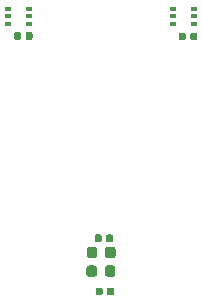
<source format=gbr>
G04 #@! TF.GenerationSoftware,KiCad,Pcbnew,5.1.5-52549c5~84~ubuntu18.04.1*
G04 #@! TF.CreationDate,2020-03-30T14:39:39-04:00*
G04 #@! TF.ProjectId,SwarmBot,53776172-6d42-46f7-942e-6b696361645f,rev?*
G04 #@! TF.SameCoordinates,Original*
G04 #@! TF.FileFunction,Paste,Bot*
G04 #@! TF.FilePolarity,Positive*
%FSLAX46Y46*%
G04 Gerber Fmt 4.6, Leading zero omitted, Abs format (unit mm)*
G04 Created by KiCad (PCBNEW 5.1.5-52549c5~84~ubuntu18.04.1) date 2020-03-30 14:39:39*
%MOMM*%
%LPD*%
G04 APERTURE LIST*
%ADD10R,0.550000X0.300000*%
%ADD11C,0.100000*%
G04 APERTURE END LIST*
D10*
X7875000Y8350000D03*
X7875000Y9000000D03*
X7875000Y9650000D03*
X6125000Y9650000D03*
X6125000Y9000000D03*
X6125000Y8350000D03*
X-6125000Y8350000D03*
X-6125000Y9000000D03*
X-6125000Y9650000D03*
X-7875000Y9650000D03*
X-7875000Y9000000D03*
X-7875000Y8350000D03*
D11*
G36*
X7035478Y7609090D02*
G01*
X7049796Y7606966D01*
X7063837Y7603449D01*
X7077466Y7598572D01*
X7090551Y7592383D01*
X7102967Y7584942D01*
X7114593Y7576319D01*
X7125318Y7566598D01*
X7135039Y7555873D01*
X7143662Y7544247D01*
X7151103Y7531831D01*
X7157292Y7518746D01*
X7162169Y7505117D01*
X7165686Y7491076D01*
X7167810Y7476758D01*
X7168520Y7462300D01*
X7168520Y7117300D01*
X7167810Y7102842D01*
X7165686Y7088524D01*
X7162169Y7074483D01*
X7157292Y7060854D01*
X7151103Y7047769D01*
X7143662Y7035353D01*
X7135039Y7023727D01*
X7125318Y7013002D01*
X7114593Y7003281D01*
X7102967Y6994658D01*
X7090551Y6987217D01*
X7077466Y6981028D01*
X7063837Y6976151D01*
X7049796Y6972634D01*
X7035478Y6970510D01*
X7021020Y6969800D01*
X6726020Y6969800D01*
X6711562Y6970510D01*
X6697244Y6972634D01*
X6683203Y6976151D01*
X6669574Y6981028D01*
X6656489Y6987217D01*
X6644073Y6994658D01*
X6632447Y7003281D01*
X6621722Y7013002D01*
X6612001Y7023727D01*
X6603378Y7035353D01*
X6595937Y7047769D01*
X6589748Y7060854D01*
X6584871Y7074483D01*
X6581354Y7088524D01*
X6579230Y7102842D01*
X6578520Y7117300D01*
X6578520Y7462300D01*
X6579230Y7476758D01*
X6581354Y7491076D01*
X6584871Y7505117D01*
X6589748Y7518746D01*
X6595937Y7531831D01*
X6603378Y7544247D01*
X6612001Y7555873D01*
X6621722Y7566598D01*
X6632447Y7576319D01*
X6644073Y7584942D01*
X6656489Y7592383D01*
X6669574Y7598572D01*
X6683203Y7603449D01*
X6697244Y7606966D01*
X6711562Y7609090D01*
X6726020Y7609800D01*
X7021020Y7609800D01*
X7035478Y7609090D01*
G37*
G36*
X8005478Y7609090D02*
G01*
X8019796Y7606966D01*
X8033837Y7603449D01*
X8047466Y7598572D01*
X8060551Y7592383D01*
X8072967Y7584942D01*
X8084593Y7576319D01*
X8095318Y7566598D01*
X8105039Y7555873D01*
X8113662Y7544247D01*
X8121103Y7531831D01*
X8127292Y7518746D01*
X8132169Y7505117D01*
X8135686Y7491076D01*
X8137810Y7476758D01*
X8138520Y7462300D01*
X8138520Y7117300D01*
X8137810Y7102842D01*
X8135686Y7088524D01*
X8132169Y7074483D01*
X8127292Y7060854D01*
X8121103Y7047769D01*
X8113662Y7035353D01*
X8105039Y7023727D01*
X8095318Y7013002D01*
X8084593Y7003281D01*
X8072967Y6994658D01*
X8060551Y6987217D01*
X8047466Y6981028D01*
X8033837Y6976151D01*
X8019796Y6972634D01*
X8005478Y6970510D01*
X7991020Y6969800D01*
X7696020Y6969800D01*
X7681562Y6970510D01*
X7667244Y6972634D01*
X7653203Y6976151D01*
X7639574Y6981028D01*
X7626489Y6987217D01*
X7614073Y6994658D01*
X7602447Y7003281D01*
X7591722Y7013002D01*
X7582001Y7023727D01*
X7573378Y7035353D01*
X7565937Y7047769D01*
X7559748Y7060854D01*
X7554871Y7074483D01*
X7551354Y7088524D01*
X7549230Y7102842D01*
X7548520Y7117300D01*
X7548520Y7462300D01*
X7549230Y7476758D01*
X7551354Y7491076D01*
X7554871Y7505117D01*
X7559748Y7518746D01*
X7565937Y7531831D01*
X7573378Y7544247D01*
X7582001Y7555873D01*
X7591722Y7566598D01*
X7602447Y7576319D01*
X7614073Y7584942D01*
X7626489Y7592383D01*
X7639574Y7598572D01*
X7653203Y7603449D01*
X7667244Y7606966D01*
X7681562Y7609090D01*
X7696020Y7609800D01*
X7991020Y7609800D01*
X8005478Y7609090D01*
G37*
G36*
X-93042Y-9480710D02*
G01*
X-78724Y-9482834D01*
X-64683Y-9486351D01*
X-51054Y-9491228D01*
X-37969Y-9497417D01*
X-25553Y-9504858D01*
X-13927Y-9513481D01*
X-3202Y-9523202D01*
X6519Y-9533927D01*
X15142Y-9545553D01*
X22583Y-9557969D01*
X28772Y-9571054D01*
X33649Y-9584683D01*
X37166Y-9598724D01*
X39290Y-9613042D01*
X40000Y-9627500D01*
X40000Y-9972500D01*
X39290Y-9986958D01*
X37166Y-10001276D01*
X33649Y-10015317D01*
X28772Y-10028946D01*
X22583Y-10042031D01*
X15142Y-10054447D01*
X6519Y-10066073D01*
X-3202Y-10076798D01*
X-13927Y-10086519D01*
X-25553Y-10095142D01*
X-37969Y-10102583D01*
X-51054Y-10108772D01*
X-64683Y-10113649D01*
X-78724Y-10117166D01*
X-93042Y-10119290D01*
X-107500Y-10120000D01*
X-402500Y-10120000D01*
X-416958Y-10119290D01*
X-431276Y-10117166D01*
X-445317Y-10113649D01*
X-458946Y-10108772D01*
X-472031Y-10102583D01*
X-484447Y-10095142D01*
X-496073Y-10086519D01*
X-506798Y-10076798D01*
X-516519Y-10066073D01*
X-525142Y-10054447D01*
X-532583Y-10042031D01*
X-538772Y-10028946D01*
X-543649Y-10015317D01*
X-547166Y-10001276D01*
X-549290Y-9986958D01*
X-550000Y-9972500D01*
X-550000Y-9627500D01*
X-549290Y-9613042D01*
X-547166Y-9598724D01*
X-543649Y-9584683D01*
X-538772Y-9571054D01*
X-532583Y-9557969D01*
X-525142Y-9545553D01*
X-516519Y-9533927D01*
X-506798Y-9523202D01*
X-496073Y-9513481D01*
X-484447Y-9504858D01*
X-472031Y-9497417D01*
X-458946Y-9491228D01*
X-445317Y-9486351D01*
X-431276Y-9482834D01*
X-416958Y-9480710D01*
X-402500Y-9480000D01*
X-107500Y-9480000D01*
X-93042Y-9480710D01*
G37*
G36*
X876958Y-9480710D02*
G01*
X891276Y-9482834D01*
X905317Y-9486351D01*
X918946Y-9491228D01*
X932031Y-9497417D01*
X944447Y-9504858D01*
X956073Y-9513481D01*
X966798Y-9523202D01*
X976519Y-9533927D01*
X985142Y-9545553D01*
X992583Y-9557969D01*
X998772Y-9571054D01*
X1003649Y-9584683D01*
X1007166Y-9598724D01*
X1009290Y-9613042D01*
X1010000Y-9627500D01*
X1010000Y-9972500D01*
X1009290Y-9986958D01*
X1007166Y-10001276D01*
X1003649Y-10015317D01*
X998772Y-10028946D01*
X992583Y-10042031D01*
X985142Y-10054447D01*
X976519Y-10066073D01*
X966798Y-10076798D01*
X956073Y-10086519D01*
X944447Y-10095142D01*
X932031Y-10102583D01*
X918946Y-10108772D01*
X905317Y-10113649D01*
X891276Y-10117166D01*
X876958Y-10119290D01*
X862500Y-10120000D01*
X567500Y-10120000D01*
X553042Y-10119290D01*
X538724Y-10117166D01*
X524683Y-10113649D01*
X511054Y-10108772D01*
X497969Y-10102583D01*
X485553Y-10095142D01*
X473927Y-10086519D01*
X463202Y-10076798D01*
X453481Y-10066073D01*
X444858Y-10054447D01*
X437417Y-10042031D01*
X431228Y-10028946D01*
X426351Y-10015317D01*
X422834Y-10001276D01*
X420710Y-9986958D01*
X420000Y-9972500D01*
X420000Y-9627500D01*
X420710Y-9613042D01*
X422834Y-9598724D01*
X426351Y-9584683D01*
X431228Y-9571054D01*
X437417Y-9557969D01*
X444858Y-9545553D01*
X453481Y-9533927D01*
X463202Y-9523202D01*
X473927Y-9513481D01*
X485553Y-9504858D01*
X497969Y-9497417D01*
X511054Y-9491228D01*
X524683Y-9486351D01*
X538724Y-9482834D01*
X553042Y-9480710D01*
X567500Y-9480000D01*
X862500Y-9480000D01*
X876958Y-9480710D01*
G37*
G36*
X-3042Y-13980710D02*
G01*
X11276Y-13982834D01*
X25317Y-13986351D01*
X38946Y-13991228D01*
X52031Y-13997417D01*
X64447Y-14004858D01*
X76073Y-14013481D01*
X86798Y-14023202D01*
X96519Y-14033927D01*
X105142Y-14045553D01*
X112583Y-14057969D01*
X118772Y-14071054D01*
X123649Y-14084683D01*
X127166Y-14098724D01*
X129290Y-14113042D01*
X130000Y-14127500D01*
X130000Y-14472500D01*
X129290Y-14486958D01*
X127166Y-14501276D01*
X123649Y-14515317D01*
X118772Y-14528946D01*
X112583Y-14542031D01*
X105142Y-14554447D01*
X96519Y-14566073D01*
X86798Y-14576798D01*
X76073Y-14586519D01*
X64447Y-14595142D01*
X52031Y-14602583D01*
X38946Y-14608772D01*
X25317Y-14613649D01*
X11276Y-14617166D01*
X-3042Y-14619290D01*
X-17500Y-14620000D01*
X-312500Y-14620000D01*
X-326958Y-14619290D01*
X-341276Y-14617166D01*
X-355317Y-14613649D01*
X-368946Y-14608772D01*
X-382031Y-14602583D01*
X-394447Y-14595142D01*
X-406073Y-14586519D01*
X-416798Y-14576798D01*
X-426519Y-14566073D01*
X-435142Y-14554447D01*
X-442583Y-14542031D01*
X-448772Y-14528946D01*
X-453649Y-14515317D01*
X-457166Y-14501276D01*
X-459290Y-14486958D01*
X-460000Y-14472500D01*
X-460000Y-14127500D01*
X-459290Y-14113042D01*
X-457166Y-14098724D01*
X-453649Y-14084683D01*
X-448772Y-14071054D01*
X-442583Y-14057969D01*
X-435142Y-14045553D01*
X-426519Y-14033927D01*
X-416798Y-14023202D01*
X-406073Y-14013481D01*
X-394447Y-14004858D01*
X-382031Y-13997417D01*
X-368946Y-13991228D01*
X-355317Y-13986351D01*
X-341276Y-13982834D01*
X-326958Y-13980710D01*
X-312500Y-13980000D01*
X-17500Y-13980000D01*
X-3042Y-13980710D01*
G37*
G36*
X966958Y-13980710D02*
G01*
X981276Y-13982834D01*
X995317Y-13986351D01*
X1008946Y-13991228D01*
X1022031Y-13997417D01*
X1034447Y-14004858D01*
X1046073Y-14013481D01*
X1056798Y-14023202D01*
X1066519Y-14033927D01*
X1075142Y-14045553D01*
X1082583Y-14057969D01*
X1088772Y-14071054D01*
X1093649Y-14084683D01*
X1097166Y-14098724D01*
X1099290Y-14113042D01*
X1100000Y-14127500D01*
X1100000Y-14472500D01*
X1099290Y-14486958D01*
X1097166Y-14501276D01*
X1093649Y-14515317D01*
X1088772Y-14528946D01*
X1082583Y-14542031D01*
X1075142Y-14554447D01*
X1066519Y-14566073D01*
X1056798Y-14576798D01*
X1046073Y-14586519D01*
X1034447Y-14595142D01*
X1022031Y-14602583D01*
X1008946Y-14608772D01*
X995317Y-14613649D01*
X981276Y-14617166D01*
X966958Y-14619290D01*
X952500Y-14620000D01*
X657500Y-14620000D01*
X643042Y-14619290D01*
X628724Y-14617166D01*
X614683Y-14613649D01*
X601054Y-14608772D01*
X587969Y-14602583D01*
X575553Y-14595142D01*
X563927Y-14586519D01*
X553202Y-14576798D01*
X543481Y-14566073D01*
X534858Y-14554447D01*
X527417Y-14542031D01*
X521228Y-14528946D01*
X516351Y-14515317D01*
X512834Y-14501276D01*
X510710Y-14486958D01*
X510000Y-14472500D01*
X510000Y-14127500D01*
X510710Y-14113042D01*
X512834Y-14098724D01*
X516351Y-14084683D01*
X521228Y-14071054D01*
X527417Y-14057969D01*
X534858Y-14045553D01*
X543481Y-14033927D01*
X553202Y-14023202D01*
X563927Y-14013481D01*
X575553Y-14004858D01*
X587969Y-13997417D01*
X601054Y-13991228D01*
X614683Y-13986351D01*
X628724Y-13982834D01*
X643042Y-13980710D01*
X657500Y-13980000D01*
X952500Y-13980000D01*
X966958Y-13980710D01*
G37*
G36*
X1027691Y-10526053D02*
G01*
X1048926Y-10529203D01*
X1069750Y-10534419D01*
X1089962Y-10541651D01*
X1109368Y-10550830D01*
X1127781Y-10561866D01*
X1145024Y-10574654D01*
X1160930Y-10589070D01*
X1175346Y-10604976D01*
X1188134Y-10622219D01*
X1199170Y-10640632D01*
X1208349Y-10660038D01*
X1215581Y-10680250D01*
X1220797Y-10701074D01*
X1223947Y-10722309D01*
X1225000Y-10743750D01*
X1225000Y-11256250D01*
X1223947Y-11277691D01*
X1220797Y-11298926D01*
X1215581Y-11319750D01*
X1208349Y-11339962D01*
X1199170Y-11359368D01*
X1188134Y-11377781D01*
X1175346Y-11395024D01*
X1160930Y-11410930D01*
X1145024Y-11425346D01*
X1127781Y-11438134D01*
X1109368Y-11449170D01*
X1089962Y-11458349D01*
X1069750Y-11465581D01*
X1048926Y-11470797D01*
X1027691Y-11473947D01*
X1006250Y-11475000D01*
X568750Y-11475000D01*
X547309Y-11473947D01*
X526074Y-11470797D01*
X505250Y-11465581D01*
X485038Y-11458349D01*
X465632Y-11449170D01*
X447219Y-11438134D01*
X429976Y-11425346D01*
X414070Y-11410930D01*
X399654Y-11395024D01*
X386866Y-11377781D01*
X375830Y-11359368D01*
X366651Y-11339962D01*
X359419Y-11319750D01*
X354203Y-11298926D01*
X351053Y-11277691D01*
X350000Y-11256250D01*
X350000Y-10743750D01*
X351053Y-10722309D01*
X354203Y-10701074D01*
X359419Y-10680250D01*
X366651Y-10660038D01*
X375830Y-10640632D01*
X386866Y-10622219D01*
X399654Y-10604976D01*
X414070Y-10589070D01*
X429976Y-10574654D01*
X447219Y-10561866D01*
X465632Y-10550830D01*
X485038Y-10541651D01*
X505250Y-10534419D01*
X526074Y-10529203D01*
X547309Y-10526053D01*
X568750Y-10525000D01*
X1006250Y-10525000D01*
X1027691Y-10526053D01*
G37*
G36*
X-547309Y-10526053D02*
G01*
X-526074Y-10529203D01*
X-505250Y-10534419D01*
X-485038Y-10541651D01*
X-465632Y-10550830D01*
X-447219Y-10561866D01*
X-429976Y-10574654D01*
X-414070Y-10589070D01*
X-399654Y-10604976D01*
X-386866Y-10622219D01*
X-375830Y-10640632D01*
X-366651Y-10660038D01*
X-359419Y-10680250D01*
X-354203Y-10701074D01*
X-351053Y-10722309D01*
X-350000Y-10743750D01*
X-350000Y-11256250D01*
X-351053Y-11277691D01*
X-354203Y-11298926D01*
X-359419Y-11319750D01*
X-366651Y-11339962D01*
X-375830Y-11359368D01*
X-386866Y-11377781D01*
X-399654Y-11395024D01*
X-414070Y-11410930D01*
X-429976Y-11425346D01*
X-447219Y-11438134D01*
X-465632Y-11449170D01*
X-485038Y-11458349D01*
X-505250Y-11465581D01*
X-526074Y-11470797D01*
X-547309Y-11473947D01*
X-568750Y-11475000D01*
X-1006250Y-11475000D01*
X-1027691Y-11473947D01*
X-1048926Y-11470797D01*
X-1069750Y-11465581D01*
X-1089962Y-11458349D01*
X-1109368Y-11449170D01*
X-1127781Y-11438134D01*
X-1145024Y-11425346D01*
X-1160930Y-11410930D01*
X-1175346Y-11395024D01*
X-1188134Y-11377781D01*
X-1199170Y-11359368D01*
X-1208349Y-11339962D01*
X-1215581Y-11319750D01*
X-1220797Y-11298926D01*
X-1223947Y-11277691D01*
X-1225000Y-11256250D01*
X-1225000Y-10743750D01*
X-1223947Y-10722309D01*
X-1220797Y-10701074D01*
X-1215581Y-10680250D01*
X-1208349Y-10660038D01*
X-1199170Y-10640632D01*
X-1188134Y-10622219D01*
X-1175346Y-10604976D01*
X-1160930Y-10589070D01*
X-1145024Y-10574654D01*
X-1127781Y-10561866D01*
X-1109368Y-10550830D01*
X-1089962Y-10541651D01*
X-1069750Y-10534419D01*
X-1048926Y-10529203D01*
X-1027691Y-10526053D01*
X-1006250Y-10525000D01*
X-568750Y-10525000D01*
X-547309Y-10526053D01*
G37*
G36*
X1015191Y-12106053D02*
G01*
X1036426Y-12109203D01*
X1057250Y-12114419D01*
X1077462Y-12121651D01*
X1096868Y-12130830D01*
X1115281Y-12141866D01*
X1132524Y-12154654D01*
X1148430Y-12169070D01*
X1162846Y-12184976D01*
X1175634Y-12202219D01*
X1186670Y-12220632D01*
X1195849Y-12240038D01*
X1203081Y-12260250D01*
X1208297Y-12281074D01*
X1211447Y-12302309D01*
X1212500Y-12323750D01*
X1212500Y-12836250D01*
X1211447Y-12857691D01*
X1208297Y-12878926D01*
X1203081Y-12899750D01*
X1195849Y-12919962D01*
X1186670Y-12939368D01*
X1175634Y-12957781D01*
X1162846Y-12975024D01*
X1148430Y-12990930D01*
X1132524Y-13005346D01*
X1115281Y-13018134D01*
X1096868Y-13029170D01*
X1077462Y-13038349D01*
X1057250Y-13045581D01*
X1036426Y-13050797D01*
X1015191Y-13053947D01*
X993750Y-13055000D01*
X556250Y-13055000D01*
X534809Y-13053947D01*
X513574Y-13050797D01*
X492750Y-13045581D01*
X472538Y-13038349D01*
X453132Y-13029170D01*
X434719Y-13018134D01*
X417476Y-13005346D01*
X401570Y-12990930D01*
X387154Y-12975024D01*
X374366Y-12957781D01*
X363330Y-12939368D01*
X354151Y-12919962D01*
X346919Y-12899750D01*
X341703Y-12878926D01*
X338553Y-12857691D01*
X337500Y-12836250D01*
X337500Y-12323750D01*
X338553Y-12302309D01*
X341703Y-12281074D01*
X346919Y-12260250D01*
X354151Y-12240038D01*
X363330Y-12220632D01*
X374366Y-12202219D01*
X387154Y-12184976D01*
X401570Y-12169070D01*
X417476Y-12154654D01*
X434719Y-12141866D01*
X453132Y-12130830D01*
X472538Y-12121651D01*
X492750Y-12114419D01*
X513574Y-12109203D01*
X534809Y-12106053D01*
X556250Y-12105000D01*
X993750Y-12105000D01*
X1015191Y-12106053D01*
G37*
G36*
X-559809Y-12106053D02*
G01*
X-538574Y-12109203D01*
X-517750Y-12114419D01*
X-497538Y-12121651D01*
X-478132Y-12130830D01*
X-459719Y-12141866D01*
X-442476Y-12154654D01*
X-426570Y-12169070D01*
X-412154Y-12184976D01*
X-399366Y-12202219D01*
X-388330Y-12220632D01*
X-379151Y-12240038D01*
X-371919Y-12260250D01*
X-366703Y-12281074D01*
X-363553Y-12302309D01*
X-362500Y-12323750D01*
X-362500Y-12836250D01*
X-363553Y-12857691D01*
X-366703Y-12878926D01*
X-371919Y-12899750D01*
X-379151Y-12919962D01*
X-388330Y-12939368D01*
X-399366Y-12957781D01*
X-412154Y-12975024D01*
X-426570Y-12990930D01*
X-442476Y-13005346D01*
X-459719Y-13018134D01*
X-478132Y-13029170D01*
X-497538Y-13038349D01*
X-517750Y-13045581D01*
X-538574Y-13050797D01*
X-559809Y-13053947D01*
X-581250Y-13055000D01*
X-1018750Y-13055000D01*
X-1040191Y-13053947D01*
X-1061426Y-13050797D01*
X-1082250Y-13045581D01*
X-1102462Y-13038349D01*
X-1121868Y-13029170D01*
X-1140281Y-13018134D01*
X-1157524Y-13005346D01*
X-1173430Y-12990930D01*
X-1187846Y-12975024D01*
X-1200634Y-12957781D01*
X-1211670Y-12939368D01*
X-1220849Y-12919962D01*
X-1228081Y-12899750D01*
X-1233297Y-12878926D01*
X-1236447Y-12857691D01*
X-1237500Y-12836250D01*
X-1237500Y-12323750D01*
X-1236447Y-12302309D01*
X-1233297Y-12281074D01*
X-1228081Y-12260250D01*
X-1220849Y-12240038D01*
X-1211670Y-12220632D01*
X-1200634Y-12202219D01*
X-1187846Y-12184976D01*
X-1173430Y-12169070D01*
X-1157524Y-12154654D01*
X-1140281Y-12141866D01*
X-1121868Y-12130830D01*
X-1102462Y-12121651D01*
X-1082250Y-12114419D01*
X-1061426Y-12109203D01*
X-1040191Y-12106053D01*
X-1018750Y-12105000D01*
X-581250Y-12105000D01*
X-559809Y-12106053D01*
G37*
G36*
X-6909122Y7654810D02*
G01*
X-6894804Y7652686D01*
X-6880763Y7649169D01*
X-6867134Y7644292D01*
X-6854049Y7638103D01*
X-6841633Y7630662D01*
X-6830007Y7622039D01*
X-6819282Y7612318D01*
X-6809561Y7601593D01*
X-6800938Y7589967D01*
X-6793497Y7577551D01*
X-6787308Y7564466D01*
X-6782431Y7550837D01*
X-6778914Y7536796D01*
X-6776790Y7522478D01*
X-6776080Y7508020D01*
X-6776080Y7163020D01*
X-6776790Y7148562D01*
X-6778914Y7134244D01*
X-6782431Y7120203D01*
X-6787308Y7106574D01*
X-6793497Y7093489D01*
X-6800938Y7081073D01*
X-6809561Y7069447D01*
X-6819282Y7058722D01*
X-6830007Y7049001D01*
X-6841633Y7040378D01*
X-6854049Y7032937D01*
X-6867134Y7026748D01*
X-6880763Y7021871D01*
X-6894804Y7018354D01*
X-6909122Y7016230D01*
X-6923580Y7015520D01*
X-7218580Y7015520D01*
X-7233038Y7016230D01*
X-7247356Y7018354D01*
X-7261397Y7021871D01*
X-7275026Y7026748D01*
X-7288111Y7032937D01*
X-7300527Y7040378D01*
X-7312153Y7049001D01*
X-7322878Y7058722D01*
X-7332599Y7069447D01*
X-7341222Y7081073D01*
X-7348663Y7093489D01*
X-7354852Y7106574D01*
X-7359729Y7120203D01*
X-7363246Y7134244D01*
X-7365370Y7148562D01*
X-7366080Y7163020D01*
X-7366080Y7508020D01*
X-7365370Y7522478D01*
X-7363246Y7536796D01*
X-7359729Y7550837D01*
X-7354852Y7564466D01*
X-7348663Y7577551D01*
X-7341222Y7589967D01*
X-7332599Y7601593D01*
X-7322878Y7612318D01*
X-7312153Y7622039D01*
X-7300527Y7630662D01*
X-7288111Y7638103D01*
X-7275026Y7644292D01*
X-7261397Y7649169D01*
X-7247356Y7652686D01*
X-7233038Y7654810D01*
X-7218580Y7655520D01*
X-6923580Y7655520D01*
X-6909122Y7654810D01*
G37*
G36*
X-5939122Y7654810D02*
G01*
X-5924804Y7652686D01*
X-5910763Y7649169D01*
X-5897134Y7644292D01*
X-5884049Y7638103D01*
X-5871633Y7630662D01*
X-5860007Y7622039D01*
X-5849282Y7612318D01*
X-5839561Y7601593D01*
X-5830938Y7589967D01*
X-5823497Y7577551D01*
X-5817308Y7564466D01*
X-5812431Y7550837D01*
X-5808914Y7536796D01*
X-5806790Y7522478D01*
X-5806080Y7508020D01*
X-5806080Y7163020D01*
X-5806790Y7148562D01*
X-5808914Y7134244D01*
X-5812431Y7120203D01*
X-5817308Y7106574D01*
X-5823497Y7093489D01*
X-5830938Y7081073D01*
X-5839561Y7069447D01*
X-5849282Y7058722D01*
X-5860007Y7049001D01*
X-5871633Y7040378D01*
X-5884049Y7032937D01*
X-5897134Y7026748D01*
X-5910763Y7021871D01*
X-5924804Y7018354D01*
X-5939122Y7016230D01*
X-5953580Y7015520D01*
X-6248580Y7015520D01*
X-6263038Y7016230D01*
X-6277356Y7018354D01*
X-6291397Y7021871D01*
X-6305026Y7026748D01*
X-6318111Y7032937D01*
X-6330527Y7040378D01*
X-6342153Y7049001D01*
X-6352878Y7058722D01*
X-6362599Y7069447D01*
X-6371222Y7081073D01*
X-6378663Y7093489D01*
X-6384852Y7106574D01*
X-6389729Y7120203D01*
X-6393246Y7134244D01*
X-6395370Y7148562D01*
X-6396080Y7163020D01*
X-6396080Y7508020D01*
X-6395370Y7522478D01*
X-6393246Y7536796D01*
X-6389729Y7550837D01*
X-6384852Y7564466D01*
X-6378663Y7577551D01*
X-6371222Y7589967D01*
X-6362599Y7601593D01*
X-6352878Y7612318D01*
X-6342153Y7622039D01*
X-6330527Y7630662D01*
X-6318111Y7638103D01*
X-6305026Y7644292D01*
X-6291397Y7649169D01*
X-6277356Y7652686D01*
X-6263038Y7654810D01*
X-6248580Y7655520D01*
X-5953580Y7655520D01*
X-5939122Y7654810D01*
G37*
M02*

</source>
